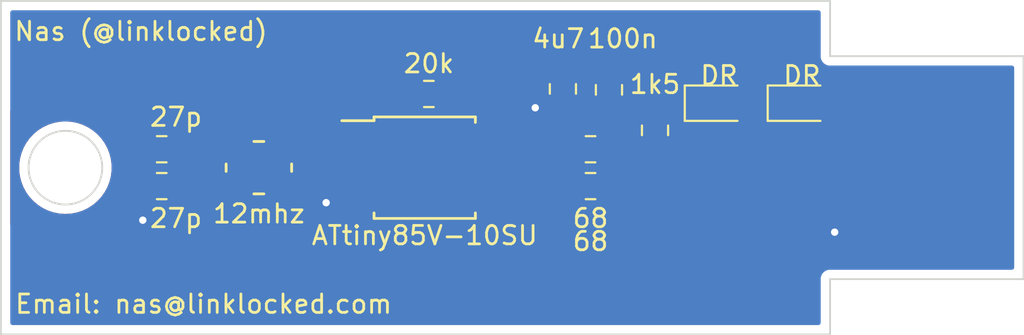
<source format=kicad_pcb>
(kicad_pcb (version 20200119) (host pcbnew "(5.99.0-1315-g5049214f3)")

  (general
    (thickness 1.6)
    (drawings 8)
    (tracks 52)
    (modules 13)
    (nets 15)
  )

  (page "A4")
  (layers
    (0 "F.Cu" signal)
    (31 "B.Cu" signal)
    (32 "B.Adhes" user)
    (33 "F.Adhes" user)
    (34 "B.Paste" user)
    (35 "F.Paste" user)
    (36 "B.SilkS" user)
    (37 "F.SilkS" user)
    (38 "B.Mask" user)
    (39 "F.Mask" user)
    (40 "Dwgs.User" user)
    (41 "Cmts.User" user)
    (42 "Eco1.User" user)
    (43 "Eco2.User" user)
    (44 "Edge.Cuts" user)
    (45 "Margin" user)
    (46 "B.CrtYd" user)
    (47 "F.CrtYd" user)
    (48 "B.Fab" user)
    (49 "F.Fab" user)
  )

  (setup
    (last_trace_width 0.25)
    (trace_clearance 0.2)
    (zone_clearance 0.508)
    (zone_45_only no)
    (trace_min 0.2)
    (via_size 0.8)
    (via_drill 0.4)
    (via_min_size 0.4)
    (via_min_drill 0.3)
    (uvia_size 0.3)
    (uvia_drill 0.1)
    (uvias_allowed no)
    (uvia_min_size 0.2)
    (uvia_min_drill 0.1)
    (max_error 0.005)
    (defaults
      (edge_clearance 0.01)
      (edge_cuts_line_width 0.05)
      (courtyard_line_width 0.05)
      (copper_line_width 0.2)
      (copper_text_dims (size 1.5 1.5) (thickness 0.3))
      (silk_line_width 0.12)
      (silk_text_dims (size 1 1) (thickness 0.15))
      (other_layers_line_width 0.1)
      (other_layers_text_dims (size 1 1) (thickness 0.15))
      (dimension_units 0)
      (dimension_precision 1)
    )
    (pad_size 1 7.5)
    (pad_drill 0)
    (pad_to_mask_clearance 0.05)
    (aux_axis_origin 0 0)
    (visible_elements FFFFFF7F)
    (pcbplotparams
      (layerselection 0x010fc_ffffffff)
      (usegerberextensions false)
      (usegerberattributes true)
      (usegerberadvancedattributes true)
      (creategerberjobfile true)
      (excludeedgelayer true)
      (linewidth 0.100000)
      (plotframeref false)
      (viasonmask false)
      (mode 1)
      (useauxorigin false)
      (hpglpennumber 1)
      (hpglpenspeed 20)
      (hpglpendiameter 15.000000)
      (psnegative false)
      (psa4output false)
      (plotreference true)
      (plotvalue true)
      (plotinvisibletext false)
      (padsonsilk false)
      (subtractmaskfromsilk false)
      (outputformat 1)
      (mirror false)
      (drillshape 1)
      (scaleselection 1)
      (outputdirectory "")
    )
  )

  (net 0 "")
  (net 1 "GND")
  (net 2 "VCC")
  (net 3 "/XTAL_1")
  (net 4 "/XTAL_2")
  (net 5 "Net-(D1-Pad2)")
  (net 6 "Net-(D1-Pad1)")
  (net 7 "Net-(R1-Pad2)")
  (net 8 "/USB_D+")
  (net 9 "Net-(R2-Pad1)")
  (net 10 "Net-(R3-Pad2)")
  (net 11 "/USB_D-")
  (net 12 "Net-(U1-Pad5)")
  (net 13 "Net-(Y1-Pad4)")
  (net 14 "Net-(Y1-Pad2)")

  (net_class "Default" "This is the default net class."
    (clearance 0.2)
    (trace_width 0.25)
    (via_dia 0.8)
    (via_drill 0.4)
    (uvia_dia 0.3)
    (uvia_drill 0.1)
    (add_net "/USB_D+")
    (add_net "/USB_D-")
    (add_net "/XTAL_1")
    (add_net "/XTAL_2")
    (add_net "GND")
    (add_net "Net-(D1-Pad1)")
    (add_net "Net-(D1-Pad2)")
    (add_net "Net-(R1-Pad2)")
    (add_net "Net-(R2-Pad1)")
    (add_net "Net-(R3-Pad2)")
    (add_net "Net-(U1-Pad5)")
    (add_net "Net-(Y1-Pad2)")
    (add_net "Net-(Y1-Pad4)")
    (add_net "VCC")
  )

  (module "ABM8G12000MHZB4YT3:ABM8G-12.000MHZ-B4Y-T3" (layer "F.Cu") (tedit 0) (tstamp c8c46bfb-e782-4d6a-96c0-eb8ecaf266f4)
    (at 79 39)
    (path "/00000000-0000-0000-0000-00005e99bc63/00000000-0000-0000-0000-00005ea2cb86")
    (fp_text reference "Y1" (at 0 0) (layer "F.Fab") hide
      (effects (font (size 1 1) (thickness 0.15)))
    )
    (fp_text value "12mhz" (at 0 2.5) (layer "F.SilkS")
      (effects (font (size 1 1) (thickness 0.15)))
    )
    (fp_text user "Copyright 2016 Accelerated Designs. All rights reserved." (at 0 0) (layer "Cmts.User")
      (effects (font (size 0.127 0.127) (thickness 0.002)))
    )
    (fp_line (start -1.651 -0.0254) (end -0.381 -1.2954) (layer "F.Fab") (width 0.1524))
    (fp_line (start -1.651 -0.4436) (end -1.651 -1.2564) (layer "F.Fab") (width 0.1524))
    (fp_line (start -1.651 -1.2564) (end -1.5494 -1.2564) (layer "F.Fab") (width 0.1524))
    (fp_line (start -1.5494 -1.2564) (end -1.5494 -0.4436) (layer "F.Fab") (width 0.1524))
    (fp_line (start -1.5494 -0.4436) (end -1.651 -0.4436) (layer "F.Fab") (width 0.1524))
    (fp_line (start -1.651 1.2564) (end -1.651 0.4436) (layer "F.Fab") (width 0.1524))
    (fp_line (start -1.651 0.4436) (end -1.5494 0.4436) (layer "F.Fab") (width 0.1524))
    (fp_line (start -1.5494 0.4436) (end -1.5494 1.2564) (layer "F.Fab") (width 0.1524))
    (fp_line (start -1.5494 1.2564) (end -1.651 1.2564) (layer "F.Fab") (width 0.1524))
    (fp_line (start 1.651 0.4436) (end 1.651 1.2564) (layer "F.Fab") (width 0.1524))
    (fp_line (start 1.651 1.2564) (end 1.5494 1.2564) (layer "F.Fab") (width 0.1524))
    (fp_line (start 1.5494 1.2564) (end 1.5494 0.4436) (layer "F.Fab") (width 0.1524))
    (fp_line (start 1.5494 0.4436) (end 1.651 0.4436) (layer "F.Fab") (width 0.1524))
    (fp_line (start 1.651 -1.2564) (end 1.651 -0.4436) (layer "F.Fab") (width 0.1524))
    (fp_line (start 1.651 -0.4436) (end 1.5494 -0.4436) (layer "F.Fab") (width 0.1524))
    (fp_line (start 1.5494 -0.4436) (end 1.5494 -1.2564) (layer "F.Fab") (width 0.1524))
    (fp_line (start 1.5494 -1.2564) (end 1.651 -1.2564) (layer "F.Fab") (width 0.1524))
    (fp_line (start -0.270425 1.4224) (end 0.270425 1.4224) (layer "F.SilkS") (width 0.1524))
    (fp_line (start 1.778 0.20182) (end 1.778 -0.20182) (layer "F.SilkS") (width 0.1524))
    (fp_line (start 0.270425 -1.4224) (end -0.270425 -1.4224) (layer "F.SilkS") (width 0.1524))
    (fp_line (start -1.778 -0.20182) (end -1.778 0.20182) (layer "F.SilkS") (width 0.1524))
    (fp_line (start -1.651 1.2954) (end 1.651 1.2954) (layer "F.Fab") (width 0.1524))
    (fp_line (start 1.651 1.2954) (end 1.651 1.2954) (layer "F.Fab") (width 0.1524))
    (fp_line (start 1.651 1.2954) (end 1.651 -1.2954) (layer "F.Fab") (width 0.1524))
    (fp_line (start 1.651 -1.2954) (end 1.651 -1.2954) (layer "F.Fab") (width 0.1524))
    (fp_line (start 1.651 -1.2954) (end -1.651 -1.2954) (layer "F.Fab") (width 0.1524))
    (fp_line (start -1.651 -1.2954) (end -1.651 -1.2954) (layer "F.Fab") (width 0.1524))
    (fp_line (start -1.651 -1.2954) (end -1.651 1.2954) (layer "F.Fab") (width 0.1524))
    (fp_line (start -1.651 1.2954) (end -1.651 1.2954) (layer "F.Fab") (width 0.1524))
    (fp_line (start -1.905 1.5494) (end -1.905 1.5104) (layer "F.CrtYd") (width 0.1524))
    (fp_line (start -1.905 1.5104) (end -1.905 1.5104) (layer "F.CrtYd") (width 0.1524))
    (fp_line (start -1.905 1.5104) (end -1.905 -1.5104) (layer "F.CrtYd") (width 0.1524))
    (fp_line (start -1.905 -1.5104) (end -1.905 -1.5104) (layer "F.CrtYd") (width 0.1524))
    (fp_line (start -1.905 -1.5104) (end -1.905 -1.5494) (layer "F.CrtYd") (width 0.1524))
    (fp_line (start -1.905 -1.5494) (end 0.1896 -1.5494) (layer "F.CrtYd") (width 0.1524))
    (fp_line (start 0.1896 -1.5494) (end 0.1896 -1.5494) (layer "F.CrtYd") (width 0.1524))
    (fp_line (start 0.1896 -1.5494) (end -0.1896 -1.5494) (layer "F.CrtYd") (width 0.1524))
    (fp_line (start -0.1896 -1.5494) (end -0.1896 -1.5494) (layer "F.CrtYd") (width 0.1524))
    (fp_line (start -0.1896 -1.5494) (end 1.905 -1.5494) (layer "F.CrtYd") (width 0.1524))
    (fp_line (start 1.905 -1.5494) (end 1.905 -1.5104) (layer "F.CrtYd") (width 0.1524))
    (fp_line (start 1.905 -1.5104) (end 1.905 -1.5104) (layer "F.CrtYd") (width 0.1524))
    (fp_line (start 1.905 -1.5104) (end 1.905 1.5104) (layer "F.CrtYd") (width 0.1524))
    (fp_line (start 1.905 1.5104) (end 1.905 1.5104) (layer "F.CrtYd") (width 0.1524))
    (fp_line (start 1.905 1.5104) (end 1.905 1.5494) (layer "F.CrtYd") (width 0.1524))
    (fp_line (start 1.905 1.5494) (end -0.1896 1.5494) (layer "F.CrtYd") (width 0.1524))
    (fp_line (start -0.1896 1.5494) (end -0.1896 1.5494) (layer "F.CrtYd") (width 0.1524))
    (fp_line (start -0.1896 1.5494) (end 0.1896 1.5494) (layer "F.CrtYd") (width 0.1524))
    (fp_line (start 0.1896 1.5494) (end 0.1896 1.5494) (layer "F.CrtYd") (width 0.1524))
    (fp_line (start 0.1896 1.5494) (end -1.905 1.5494) (layer "F.CrtYd") (width 0.1524))
    (pad "4" smd rect (at 1.0541 -0.850001 90) (size 0.8128 0.9906) (layers "F.Cu" "F.Paste" "F.Mask")
      (net 13 "Net-(Y1-Pad4)") (pinfunction "GND") (tstamp bb9b8b78-26a3-4a5e-b639-7ec6512350a5))
    (pad "3" smd rect (at 1.0541 0.850001 90) (size 0.8128 0.9906) (layers "F.Cu" "F.Paste" "F.Mask")
      (net 4 "/XTAL_2") (pinfunction "3") (tstamp a740347e-1a52-41af-a978-8ecc7d2fbade))
    (pad "2" smd rect (at -1.0541 0.850001 90) (size 0.8128 0.9906) (layers "F.Cu" "F.Paste" "F.Mask")
      (net 14 "Net-(Y1-Pad2)") (pinfunction "GND") (tstamp beff2e32-314e-4c69-94be-106ee2121398))
    (pad "1" smd rect (at -1.0541 -0.850001 90) (size 0.8128 0.9906) (layers "F.Cu" "F.Paste" "F.Mask")
      (net 3 "/XTAL_1") (pinfunction "1") (tstamp 2e84454c-66b1-4190-955d-da0a38abeea4))
  )

  (module "Connector_USB_PCB:USB_A_Plug" (layer "F.Cu") (tedit 5E996740) (tstamp 3701a2e7-7380-4cb5-b30a-6c4871842f92)
    (at 115.25 39 90)
    (path "/00000000-0000-0000-0000-00005e99c78b/00000000-0000-0000-0000-00005ea1bc55")
    (fp_text reference "U2" (at 7 0 unlocked) (layer "F.Fab") hide
      (effects (font (size 1 1) (thickness 0.15)))
    )
    (fp_text value "USB_A_Plug" (at 8.55 0 unlocked) (layer "F.Fab") hide
      (effects (font (size 1 1) (thickness 0.15)))
    )
    (fp_line (start 6.05 5.25) (end 6.05 5.25) (layer "Edge.Cuts") (width 0.1))
    (fp_line (start -6.05 5.25) (end 6.05 5.25) (layer "Edge.Cuts") (width 0.1))
    (fp_line (start 6.05 -5.25) (end 6.05 5.25) (layer "Edge.Cuts") (width 0.1))
    (fp_line (start -6.05 -5.25) (end -6.05 5.25) (layer "Edge.Cuts") (width 0.1))
    (pad "3" smd rect (at -1 -0.5 90) (size 1 7.5) (layers "F.Cu" "F.Paste" "F.Mask")
      (net 9 "Net-(R2-Pad1)") (pinfunction "D+") (tstamp 1e3c8080-f243-439f-b0cf-e8c43d529a96))
    (pad "2" smd rect (at 1 -0.5 90) (size 1 7.5) (layers "F.Cu" "F.Paste" "F.Mask")
      (net 10 "Net-(R3-Pad2)") (pinfunction "D-") (tstamp 0cd8249c-a9b9-4171-8555-969bbb4fd5a7))
    (pad "4" smd rect (at -3.5 0 90) (size 1 8.5) (layers "F.Cu" "F.Paste" "F.Mask")
      (net 1 "GND") (pinfunction "GND") (tstamp 76c37af1-66f1-45ca-b964-f9352e796ec2))
    (pad "1" smd rect (at 3.5 0 90) (size 1 8.5) (layers "F.Cu" "F.Paste" "F.Mask")
      (net 5 "Net-(D1-Pad2)") (pinfunction "VBUS") (tstamp c29f2f2a-7c26-4a85-b23d-3457174ab6f8))
  )

  (module "Package_SO:SOIJ-8_5.3x5.3mm_P1.27mm" (layer "F.Cu") (tedit 5A02F2D3) (tstamp bef5e206-0bf7-4a1e-bc3a-3d2f34c97e1e)
    (at 88 39)
    (descr "8-Lead Plastic Small Outline (SM) - Medium, 5.28 mm Body [SOIC] (see Microchip Packaging Specification 00000049BS.pdf)")
    (tags "SOIC 1.27")
    (path "/00000000-0000-0000-0000-00005ea1831c")
    (attr smd)
    (fp_text reference "U1" (at 0 -3.68) (layer "F.SilkS") hide
      (effects (font (size 1 1) (thickness 0.15)))
    )
    (fp_text value "ATtiny85V-10SU" (at 0 3.68) (layer "F.SilkS")
      (effects (font (size 1 1) (thickness 0.15)))
    )
    (fp_text user "${REFERENCE}" (at 0 0) (layer "F.Fab")
      (effects (font (size 1 1) (thickness 0.15)))
    )
    (fp_line (start -1.65 -2.65) (end 2.65 -2.65) (layer "F.Fab") (width 0.15))
    (fp_line (start 2.65 -2.65) (end 2.65 2.65) (layer "F.Fab") (width 0.15))
    (fp_line (start 2.65 2.65) (end -2.65 2.65) (layer "F.Fab") (width 0.15))
    (fp_line (start -2.65 2.65) (end -2.65 -1.65) (layer "F.Fab") (width 0.15))
    (fp_line (start -2.65 -1.65) (end -1.65 -2.65) (layer "F.Fab") (width 0.15))
    (fp_line (start -4.75 -2.95) (end -4.75 2.95) (layer "F.CrtYd") (width 0.05))
    (fp_line (start 4.75 -2.95) (end 4.75 2.95) (layer "F.CrtYd") (width 0.05))
    (fp_line (start -4.75 -2.95) (end 4.75 -2.95) (layer "F.CrtYd") (width 0.05))
    (fp_line (start -4.75 2.95) (end 4.75 2.95) (layer "F.CrtYd") (width 0.05))
    (fp_line (start -2.75 -2.755) (end -2.75 -2.55) (layer "F.SilkS") (width 0.15))
    (fp_line (start 2.75 -2.755) (end 2.75 -2.455) (layer "F.SilkS") (width 0.15))
    (fp_line (start 2.75 2.755) (end 2.75 2.455) (layer "F.SilkS") (width 0.15))
    (fp_line (start -2.75 2.755) (end -2.75 2.455) (layer "F.SilkS") (width 0.15))
    (fp_line (start -2.75 -2.755) (end 2.75 -2.755) (layer "F.SilkS") (width 0.15))
    (fp_line (start -2.75 2.755) (end 2.75 2.755) (layer "F.SilkS") (width 0.15))
    (fp_line (start -2.75 -2.55) (end -4.5 -2.55) (layer "F.SilkS") (width 0.15))
    (pad "8" smd rect (at 3.65 -1.905) (size 1.7 0.65) (layers "F.Cu" "F.Paste" "F.Mask")
      (net 2 "VCC") (pinfunction "VCC") (tstamp 5889fb2e-863a-46b0-8402-e3e38477787a))
    (pad "7" smd rect (at 3.65 -0.635) (size 1.7 0.65) (layers "F.Cu" "F.Paste" "F.Mask")
      (net 11 "/USB_D-") (pinfunction "PB2") (tstamp 8855ab37-9f0a-4450-b279-2ff8ae55484f))
    (pad "6" smd rect (at 3.65 0.635) (size 1.7 0.65) (layers "F.Cu" "F.Paste" "F.Mask")
      (net 8 "/USB_D+") (pinfunction "PB1") (tstamp 8901b321-ee7a-4165-b2e1-5b7ca82643f4))
    (pad "5" smd rect (at 3.65 1.905) (size 1.7 0.65) (layers "F.Cu" "F.Paste" "F.Mask")
      (net 12 "Net-(U1-Pad5)") (pinfunction "AREF/PB0") (tstamp adda376a-c547-4d5c-af85-1899c25e712c))
    (pad "4" smd rect (at -3.65 1.905) (size 1.7 0.65) (layers "F.Cu" "F.Paste" "F.Mask")
      (net 1 "GND") (pinfunction "GND") (tstamp 2c02f8c7-9ab0-407c-9d76-2ac382af1d76))
    (pad "3" smd rect (at -3.65 0.635) (size 1.7 0.65) (layers "F.Cu" "F.Paste" "F.Mask")
      (net 4 "/XTAL_2") (pinfunction "XTAL2/PB4") (tstamp 8a6d8261-8a12-4351-8df0-d8bcdf4b4a20))
    (pad "2" smd rect (at -3.65 -0.635) (size 1.7 0.65) (layers "F.Cu" "F.Paste" "F.Mask")
      (net 3 "/XTAL_1") (pinfunction "XTAL1/PB3") (tstamp 621e011d-1127-4500-8e6a-c24d4808151a))
    (pad "1" smd rect (at -3.65 -1.905) (size 1.7 0.65) (layers "F.Cu" "F.Paste" "F.Mask")
      (net 7 "Net-(R1-Pad2)") (pinfunction "~RESET~/PB5") (tstamp d21ac275-e905-4a54-b608-442182d2c030))
    (model "${KISYS3DMOD}/Package_SO.3dshapes/SOIJ-8_5.3x5.3mm_P1.27mm.wrl"
      (at (xyz 0 0 0))
      (scale (xyz 1 1 1))
      (rotate (xyz 0 0 0))
    )
  )

  (module "Resistor_SMD:R_0805_2012Metric_Pad1.15x1.40mm_HandSolder" (layer "F.Cu") (tedit 5B36C52B) (tstamp 12002ab0-effc-458b-8d0a-eb8d24d2ff34)
    (at 97 38 180)
    (descr "Resistor SMD 0805 (2012 Metric), square (rectangular) end terminal, IPC_7351 nominal with elongated pad for handsoldering. (Body size source: https://docs.google.com/spreadsheets/d/1BsfQQcO9C6DZCsRaXUlFlo91Tg2WpOkGARC1WS5S8t0/edit?usp=sharing), generated with kicad-footprint-generator")
    (tags "resistor handsolder")
    (path "/00000000-0000-0000-0000-00005e99c78b/00000000-0000-0000-0000-00005ea34af8")
    (attr smd)
    (fp_text reference "R4" (at 0 -1.65) (layer "F.SilkS") hide
      (effects (font (size 1 1) (thickness 0.15)))
    )
    (fp_text value "68" (at 0 -3.75) (layer "F.SilkS")
      (effects (font (size 1 1) (thickness 0.15)))
    )
    (fp_line (start -1 0.6) (end -1 -0.6) (layer "F.Fab") (width 0.1))
    (fp_line (start -1 -0.6) (end 1 -0.6) (layer "F.Fab") (width 0.1))
    (fp_line (start 1 -0.6) (end 1 0.6) (layer "F.Fab") (width 0.1))
    (fp_line (start 1 0.6) (end -1 0.6) (layer "F.Fab") (width 0.1))
    (fp_line (start -0.261252 -0.71) (end 0.261252 -0.71) (layer "F.SilkS") (width 0.12))
    (fp_line (start -0.261252 0.71) (end 0.261252 0.71) (layer "F.SilkS") (width 0.12))
    (fp_line (start -1.85 0.95) (end -1.85 -0.95) (layer "F.CrtYd") (width 0.05))
    (fp_line (start -1.85 -0.95) (end 1.85 -0.95) (layer "F.CrtYd") (width 0.05))
    (fp_line (start 1.85 -0.95) (end 1.85 0.95) (layer "F.CrtYd") (width 0.05))
    (fp_line (start 1.85 0.95) (end -1.85 0.95) (layer "F.CrtYd") (width 0.05))
    (fp_text user "${REFERENCE}" (at 0 0) (layer "F.Fab")
      (effects (font (size 0.5 0.5) (thickness 0.08)))
    )
    (pad "2" smd roundrect (at 1.025 0 180) (size 1.15 1.4) (layers "F.Cu" "F.Paste" "F.Mask") (roundrect_rratio 0.217391)
      (net 11 "/USB_D-") (tstamp 3c688903-d73b-4bfc-9420-5c2a37b44c52))
    (pad "1" smd roundrect (at -1.025 0 180) (size 1.15 1.4) (layers "F.Cu" "F.Paste" "F.Mask") (roundrect_rratio 0.217391)
      (net 10 "Net-(R3-Pad2)") (tstamp 97fbe49b-2b53-4cc2-a95a-2d55769db5c5))
    (model "${KISYS3DMOD}/Resistor_SMD.3dshapes/R_0805_2012Metric.wrl"
      (at (xyz 0 0 0))
      (scale (xyz 1 1 1))
      (rotate (xyz 0 0 0))
    )
  )

  (module "Resistor_SMD:R_0805_2012Metric_Pad1.15x1.40mm_HandSolder" (layer "F.Cu") (tedit 5B36C52B) (tstamp a5229148-77ee-408b-b202-71b14510754a)
    (at 100.5 36.975 -90)
    (descr "Resistor SMD 0805 (2012 Metric), square (rectangular) end terminal, IPC_7351 nominal with elongated pad for handsoldering. (Body size source: https://docs.google.com/spreadsheets/d/1BsfQQcO9C6DZCsRaXUlFlo91Tg2WpOkGARC1WS5S8t0/edit?usp=sharing), generated with kicad-footprint-generator")
    (tags "resistor handsolder")
    (path "/00000000-0000-0000-0000-00005e99c78b/00000000-0000-0000-0000-00005ea3b524")
    (attr smd)
    (fp_text reference "R3" (at 0 -1.65 90) (layer "F.Fab") hide
      (effects (font (size 1 1) (thickness 0.15)))
    )
    (fp_text value "1k5" (at -2.5 0 180) (layer "F.SilkS")
      (effects (font (size 1 1) (thickness 0.15)))
    )
    (fp_line (start -1 0.6) (end -1 -0.6) (layer "F.Fab") (width 0.1))
    (fp_line (start -1 -0.6) (end 1 -0.6) (layer "F.Fab") (width 0.1))
    (fp_line (start 1 -0.6) (end 1 0.6) (layer "F.Fab") (width 0.1))
    (fp_line (start 1 0.6) (end -1 0.6) (layer "F.Fab") (width 0.1))
    (fp_line (start -0.261252 -0.71) (end 0.261252 -0.71) (layer "F.SilkS") (width 0.12))
    (fp_line (start -0.261252 0.71) (end 0.261252 0.71) (layer "F.SilkS") (width 0.12))
    (fp_line (start -1.85 0.95) (end -1.85 -0.95) (layer "F.CrtYd") (width 0.05))
    (fp_line (start -1.85 -0.95) (end 1.85 -0.95) (layer "F.CrtYd") (width 0.05))
    (fp_line (start 1.85 -0.95) (end 1.85 0.95) (layer "F.CrtYd") (width 0.05))
    (fp_line (start 1.85 0.95) (end -1.85 0.95) (layer "F.CrtYd") (width 0.05))
    (fp_text user "${REFERENCE}" (at 0 0 90) (layer "F.Fab")
      (effects (font (size 0.5 0.5) (thickness 0.08)))
    )
    (pad "2" smd roundrect (at 1.025 0 270) (size 1.15 1.4) (layers "F.Cu" "F.Paste" "F.Mask") (roundrect_rratio 0.217391)
      (net 10 "Net-(R3-Pad2)") (tstamp 3c688903-d73b-4bfc-9420-5c2a37b44c52))
    (pad "1" smd roundrect (at -1.025 0 270) (size 1.15 1.4) (layers "F.Cu" "F.Paste" "F.Mask") (roundrect_rratio 0.217391)
      (net 2 "VCC") (tstamp 97fbe49b-2b53-4cc2-a95a-2d55769db5c5))
    (model "${KISYS3DMOD}/Resistor_SMD.3dshapes/R_0805_2012Metric.wrl"
      (at (xyz 0 0 0))
      (scale (xyz 1 1 1))
      (rotate (xyz 0 0 0))
    )
  )

  (module "Resistor_SMD:R_0805_2012Metric_Pad1.15x1.40mm_HandSolder" (layer "F.Cu") (tedit 5B36C52B) (tstamp 9234370b-c89a-4bd1-817e-8e6cf11cd9fc)
    (at 97 40 180)
    (descr "Resistor SMD 0805 (2012 Metric), square (rectangular) end terminal, IPC_7351 nominal with elongated pad for handsoldering. (Body size source: https://docs.google.com/spreadsheets/d/1BsfQQcO9C6DZCsRaXUlFlo91Tg2WpOkGARC1WS5S8t0/edit?usp=sharing), generated with kicad-footprint-generator")
    (tags "resistor handsolder")
    (path "/00000000-0000-0000-0000-00005e99c78b/00000000-0000-0000-0000-00005ea2f347")
    (attr smd)
    (fp_text reference "R2" (at 0 -1.65) (layer "F.SilkS") hide
      (effects (font (size 1 1) (thickness 0.15)))
    )
    (fp_text value "68" (at 0 -3) (layer "F.SilkS")
      (effects (font (size 1 1) (thickness 0.15)))
    )
    (fp_line (start -1 0.6) (end -1 -0.6) (layer "F.Fab") (width 0.1))
    (fp_line (start -1 -0.6) (end 1 -0.6) (layer "F.Fab") (width 0.1))
    (fp_line (start 1 -0.6) (end 1 0.6) (layer "F.Fab") (width 0.1))
    (fp_line (start 1 0.6) (end -1 0.6) (layer "F.Fab") (width 0.1))
    (fp_line (start -0.261252 -0.71) (end 0.261252 -0.71) (layer "F.SilkS") (width 0.12))
    (fp_line (start -0.261252 0.71) (end 0.261252 0.71) (layer "F.SilkS") (width 0.12))
    (fp_line (start -1.85 0.95) (end -1.85 -0.95) (layer "F.CrtYd") (width 0.05))
    (fp_line (start -1.85 -0.95) (end 1.85 -0.95) (layer "F.CrtYd") (width 0.05))
    (fp_line (start 1.85 -0.95) (end 1.85 0.95) (layer "F.CrtYd") (width 0.05))
    (fp_line (start 1.85 0.95) (end -1.85 0.95) (layer "F.CrtYd") (width 0.05))
    (fp_text user "${REFERENCE}" (at 0 0) (layer "F.Fab")
      (effects (font (size 0.5 0.5) (thickness 0.08)))
    )
    (pad "2" smd roundrect (at 1.025 0 180) (size 1.15 1.4) (layers "F.Cu" "F.Paste" "F.Mask") (roundrect_rratio 0.217391)
      (net 8 "/USB_D+") (tstamp 3c688903-d73b-4bfc-9420-5c2a37b44c52))
    (pad "1" smd roundrect (at -1.025 0 180) (size 1.15 1.4) (layers "F.Cu" "F.Paste" "F.Mask") (roundrect_rratio 0.217391)
      (net 9 "Net-(R2-Pad1)") (tstamp 97fbe49b-2b53-4cc2-a95a-2d55769db5c5))
    (model "${KISYS3DMOD}/Resistor_SMD.3dshapes/R_0805_2012Metric.wrl"
      (at (xyz 0 0 0))
      (scale (xyz 1 1 1))
      (rotate (xyz 0 0 0))
    )
  )

  (module "Resistor_SMD:R_0805_2012Metric_Pad1.15x1.40mm_HandSolder" (layer "F.Cu") (tedit 5B36C52B) (tstamp 33506966-620e-46ed-8284-c9c2b8bba5a4)
    (at 88.225 35 180)
    (descr "Resistor SMD 0805 (2012 Metric), square (rectangular) end terminal, IPC_7351 nominal with elongated pad for handsoldering. (Body size source: https://docs.google.com/spreadsheets/d/1BsfQQcO9C6DZCsRaXUlFlo91Tg2WpOkGARC1WS5S8t0/edit?usp=sharing), generated with kicad-footprint-generator")
    (tags "resistor handsolder")
    (path "/00000000-0000-0000-0000-00005ea853f9")
    (attr smd)
    (fp_text reference "R1" (at 0 -1.65) (layer "F.SilkS") hide
      (effects (font (size 1 1) (thickness 0.15)))
    )
    (fp_text value "20k" (at 0 1.65) (layer "F.SilkS")
      (effects (font (size 1 1) (thickness 0.15)))
    )
    (fp_line (start -1 0.6) (end -1 -0.6) (layer "F.Fab") (width 0.1))
    (fp_line (start -1 -0.6) (end 1 -0.6) (layer "F.Fab") (width 0.1))
    (fp_line (start 1 -0.6) (end 1 0.6) (layer "F.Fab") (width 0.1))
    (fp_line (start 1 0.6) (end -1 0.6) (layer "F.Fab") (width 0.1))
    (fp_line (start -0.261252 -0.71) (end 0.261252 -0.71) (layer "F.SilkS") (width 0.12))
    (fp_line (start -0.261252 0.71) (end 0.261252 0.71) (layer "F.SilkS") (width 0.12))
    (fp_line (start -1.85 0.95) (end -1.85 -0.95) (layer "F.CrtYd") (width 0.05))
    (fp_line (start -1.85 -0.95) (end 1.85 -0.95) (layer "F.CrtYd") (width 0.05))
    (fp_line (start 1.85 -0.95) (end 1.85 0.95) (layer "F.CrtYd") (width 0.05))
    (fp_line (start 1.85 0.95) (end -1.85 0.95) (layer "F.CrtYd") (width 0.05))
    (fp_text user "${REFERENCE}" (at 0 0) (layer "F.Fab")
      (effects (font (size 0.5 0.5) (thickness 0.08)))
    )
    (pad "2" smd roundrect (at 1.025 0 180) (size 1.15 1.4) (layers "F.Cu" "F.Paste" "F.Mask") (roundrect_rratio 0.217391)
      (net 7 "Net-(R1-Pad2)") (tstamp 3c688903-d73b-4bfc-9420-5c2a37b44c52))
    (pad "1" smd roundrect (at -1.025 0 180) (size 1.15 1.4) (layers "F.Cu" "F.Paste" "F.Mask") (roundrect_rratio 0.217391)
      (net 2 "VCC") (tstamp 97fbe49b-2b53-4cc2-a95a-2d55769db5c5))
    (model "${KISYS3DMOD}/Resistor_SMD.3dshapes/R_0805_2012Metric.wrl"
      (at (xyz 0 0 0))
      (scale (xyz 1 1 1))
      (rotate (xyz 0 0 0))
    )
  )

  (module "Diode_SMD:D_0805_2012Metric_Pad1.15x1.40mm_HandSolder" (layer "F.Cu") (tedit 5B4B45C8) (tstamp 10252a25-0cca-4c8f-8a9c-245e122e3abe)
    (at 103.975 35.5)
    (descr "Diode SMD 0805 (2012 Metric), square (rectangular) end terminal, IPC_7351 nominal, (Body size source: https://docs.google.com/spreadsheets/d/1BsfQQcO9C6DZCsRaXUlFlo91Tg2WpOkGARC1WS5S8t0/edit?usp=sharing), generated with kicad-footprint-generator")
    (tags "diode handsolder")
    (path "/00000000-0000-0000-0000-00005e99c78b/00000000-0000-0000-0000-00005ea3a599")
    (attr smd)
    (fp_text reference "D2" (at 0 -1.65) (layer "F.Fab") hide
      (effects (font (size 1 1) (thickness 0.15)))
    )
    (fp_text value "DR" (at 0 -1.5) (layer "F.SilkS")
      (effects (font (size 1 1) (thickness 0.15)))
    )
    (fp_line (start 1 -0.6) (end -0.7 -0.6) (layer "F.Fab") (width 0.1))
    (fp_line (start -0.7 -0.6) (end -1 -0.3) (layer "F.Fab") (width 0.1))
    (fp_line (start -1 -0.3) (end -1 0.6) (layer "F.Fab") (width 0.1))
    (fp_line (start -1 0.6) (end 1 0.6) (layer "F.Fab") (width 0.1))
    (fp_line (start 1 0.6) (end 1 -0.6) (layer "F.Fab") (width 0.1))
    (fp_line (start 1 -0.96) (end -1.86 -0.96) (layer "F.SilkS") (width 0.12))
    (fp_line (start -1.86 -0.96) (end -1.86 0.96) (layer "F.SilkS") (width 0.12))
    (fp_line (start -1.86 0.96) (end 1 0.96) (layer "F.SilkS") (width 0.12))
    (fp_line (start -1.85 0.95) (end -1.85 -0.95) (layer "F.CrtYd") (width 0.05))
    (fp_line (start -1.85 -0.95) (end 1.85 -0.95) (layer "F.CrtYd") (width 0.05))
    (fp_line (start 1.85 -0.95) (end 1.85 0.95) (layer "F.CrtYd") (width 0.05))
    (fp_line (start 1.85 0.95) (end -1.85 0.95) (layer "F.CrtYd") (width 0.05))
    (fp_text user "${REFERENCE}" (at 0 0) (layer "F.Fab")
      (effects (font (size 0.5 0.5) (thickness 0.08)))
    )
    (pad "2" smd roundrect (at 1.025 0) (size 1.15 1.4) (layers "F.Cu" "F.Paste" "F.Mask") (roundrect_rratio 0.217391)
      (net 6 "Net-(D1-Pad1)") (pinfunction "A") (tstamp aafbe4ef-d0d8-4ea3-b9d9-310cce16153c))
    (pad "1" smd roundrect (at -1.025 0) (size 1.15 1.4) (layers "F.Cu" "F.Paste" "F.Mask") (roundrect_rratio 0.217391)
      (net 2 "VCC") (pinfunction "K") (tstamp 3fea32a2-d9ef-44c1-be43-40258d9b07f8))
    (model "${KISYS3DMOD}/Diode_SMD.3dshapes/D_0805_2012Metric.wrl"
      (at (xyz 0 0 0))
      (scale (xyz 1 1 1))
      (rotate (xyz 0 0 0))
    )
  )

  (module "Diode_SMD:D_0805_2012Metric_Pad1.15x1.40mm_HandSolder" (layer "F.Cu") (tedit 5B4B45C8) (tstamp a5842a8b-1b50-4c0c-bda5-4cb2c2380556)
    (at 108.475 35.5)
    (descr "Diode SMD 0805 (2012 Metric), square (rectangular) end terminal, IPC_7351 nominal, (Body size source: https://docs.google.com/spreadsheets/d/1BsfQQcO9C6DZCsRaXUlFlo91Tg2WpOkGARC1WS5S8t0/edit?usp=sharing), generated with kicad-footprint-generator")
    (tags "diode handsolder")
    (path "/00000000-0000-0000-0000-00005e99c78b/00000000-0000-0000-0000-00005ea38f0a")
    (attr smd)
    (fp_text reference "D1" (at 0 -1.65) (layer "F.Fab") hide
      (effects (font (size 1 1) (thickness 0.15)))
    )
    (fp_text value "DR" (at 0 -1.5) (layer "F.SilkS")
      (effects (font (size 1 1) (thickness 0.15)))
    )
    (fp_line (start 1 -0.6) (end -0.7 -0.6) (layer "F.Fab") (width 0.1))
    (fp_line (start -0.7 -0.6) (end -1 -0.3) (layer "F.Fab") (width 0.1))
    (fp_line (start -1 -0.3) (end -1 0.6) (layer "F.Fab") (width 0.1))
    (fp_line (start -1 0.6) (end 1 0.6) (layer "F.Fab") (width 0.1))
    (fp_line (start 1 0.6) (end 1 -0.6) (layer "F.Fab") (width 0.1))
    (fp_line (start 1 -0.96) (end -1.86 -0.96) (layer "F.SilkS") (width 0.12))
    (fp_line (start -1.86 -0.96) (end -1.86 0.96) (layer "F.SilkS") (width 0.12))
    (fp_line (start -1.86 0.96) (end 1 0.96) (layer "F.SilkS") (width 0.12))
    (fp_line (start -1.85 0.95) (end -1.85 -0.95) (layer "F.CrtYd") (width 0.05))
    (fp_line (start -1.85 -0.95) (end 1.85 -0.95) (layer "F.CrtYd") (width 0.05))
    (fp_line (start 1.85 -0.95) (end 1.85 0.95) (layer "F.CrtYd") (width 0.05))
    (fp_line (start 1.85 0.95) (end -1.85 0.95) (layer "F.CrtYd") (width 0.05))
    (fp_text user "${REFERENCE}" (at 0 0) (layer "F.Fab")
      (effects (font (size 0.5 0.5) (thickness 0.08)))
    )
    (pad "2" smd roundrect (at 1.025 0) (size 1.15 1.4) (layers "F.Cu" "F.Paste" "F.Mask") (roundrect_rratio 0.217391)
      (net 5 "Net-(D1-Pad2)") (pinfunction "A") (tstamp aafbe4ef-d0d8-4ea3-b9d9-310cce16153c))
    (pad "1" smd roundrect (at -1.025 0) (size 1.15 1.4) (layers "F.Cu" "F.Paste" "F.Mask") (roundrect_rratio 0.217391)
      (net 6 "Net-(D1-Pad1)") (pinfunction "K") (tstamp 3fea32a2-d9ef-44c1-be43-40258d9b07f8))
    (model "${KISYS3DMOD}/Diode_SMD.3dshapes/D_0805_2012Metric.wrl"
      (at (xyz 0 0 0))
      (scale (xyz 1 1 1))
      (rotate (xyz 0 0 0))
    )
  )

  (module "Capacitor_SMD:C_0805_2012Metric_Pad1.15x1.40mm_HandSolder" (layer "F.Cu") (tedit 5B36C52B) (tstamp 7e162634-2ccc-408e-b15f-548e7ff5cab4)
    (at 73.725 40 180)
    (descr "Capacitor SMD 0805 (2012 Metric), square (rectangular) end terminal, IPC_7351 nominal with elongated pad for handsoldering. (Body size source: https://docs.google.com/spreadsheets/d/1BsfQQcO9C6DZCsRaXUlFlo91Tg2WpOkGARC1WS5S8t0/edit?usp=sharing), generated with kicad-footprint-generator")
    (tags "capacitor handsolder")
    (path "/00000000-0000-0000-0000-00005e99bc63/00000000-0000-0000-0000-00005ea22d93")
    (attr smd)
    (fp_text reference "C4" (at 0 -1.65) (layer "F.SilkS") hide
      (effects (font (size 1 1) (thickness 0.15)))
    )
    (fp_text value "27p" (at -0.775 -1.75) (layer "F.SilkS")
      (effects (font (size 1 1) (thickness 0.15)))
    )
    (fp_text user "${REFERENCE}" (at 0 0) (layer "F.Fab")
      (effects (font (size 0.5 0.5) (thickness 0.08)))
    )
    (fp_line (start 1.85 0.95) (end -1.85 0.95) (layer "F.CrtYd") (width 0.05))
    (fp_line (start 1.85 -0.95) (end 1.85 0.95) (layer "F.CrtYd") (width 0.05))
    (fp_line (start -1.85 -0.95) (end 1.85 -0.95) (layer "F.CrtYd") (width 0.05))
    (fp_line (start -1.85 0.95) (end -1.85 -0.95) (layer "F.CrtYd") (width 0.05))
    (fp_line (start -0.261252 0.71) (end 0.261252 0.71) (layer "F.SilkS") (width 0.12))
    (fp_line (start -0.261252 -0.71) (end 0.261252 -0.71) (layer "F.SilkS") (width 0.12))
    (fp_line (start 1 0.6) (end -1 0.6) (layer "F.Fab") (width 0.1))
    (fp_line (start 1 -0.6) (end 1 0.6) (layer "F.Fab") (width 0.1))
    (fp_line (start -1 -0.6) (end 1 -0.6) (layer "F.Fab") (width 0.1))
    (fp_line (start -1 0.6) (end -1 -0.6) (layer "F.Fab") (width 0.1))
    (pad "1" smd roundrect (at -1.025 0 180) (size 1.15 1.4) (layers "F.Cu" "F.Paste" "F.Mask") (roundrect_rratio 0.217391)
      (net 4 "/XTAL_2") (tstamp 266c299e-13de-46cb-a0ca-105a96ea6b36))
    (pad "2" smd roundrect (at 1.025 0 180) (size 1.15 1.4) (layers "F.Cu" "F.Paste" "F.Mask") (roundrect_rratio 0.217391)
      (net 1 "GND") (tstamp 4de5f6bb-4c76-47ab-a778-52b0a69612ce))
    (model "${KISYS3DMOD}/Capacitor_SMD.3dshapes/C_0805_2012Metric.wrl"
      (at (xyz 0 0 0))
      (scale (xyz 1 1 1))
      (rotate (xyz 0 0 0))
    )
  )

  (module "Capacitor_SMD:C_0805_2012Metric_Pad1.15x1.40mm_HandSolder" (layer "F.Cu") (tedit 5B36C52B) (tstamp dd654d40-2c99-4b80-90df-90c01b61a16a)
    (at 73.725 38)
    (descr "Capacitor SMD 0805 (2012 Metric), square (rectangular) end terminal, IPC_7351 nominal with elongated pad for handsoldering. (Body size source: https://docs.google.com/spreadsheets/d/1BsfQQcO9C6DZCsRaXUlFlo91Tg2WpOkGARC1WS5S8t0/edit?usp=sharing), generated with kicad-footprint-generator")
    (tags "capacitor handsolder")
    (path "/00000000-0000-0000-0000-00005e99bc63/00000000-0000-0000-0000-00005ea2079d")
    (attr smd)
    (fp_text reference "C3" (at 0 -1.65) (layer "F.SilkS") hide
      (effects (font (size 1 1) (thickness 0.15)))
    )
    (fp_text value "27p" (at 0.775 -1.75) (layer "F.SilkS")
      (effects (font (size 1 1) (thickness 0.15)))
    )
    (fp_text user "${REFERENCE}" (at 0 0) (layer "F.Fab")
      (effects (font (size 0.5 0.5) (thickness 0.08)))
    )
    (fp_line (start 1.85 0.95) (end -1.85 0.95) (layer "F.CrtYd") (width 0.05))
    (fp_line (start 1.85 -0.95) (end 1.85 0.95) (layer "F.CrtYd") (width 0.05))
    (fp_line (start -1.85 -0.95) (end 1.85 -0.95) (layer "F.CrtYd") (width 0.05))
    (fp_line (start -1.85 0.95) (end -1.85 -0.95) (layer "F.CrtYd") (width 0.05))
    (fp_line (start -0.261252 0.71) (end 0.261252 0.71) (layer "F.SilkS") (width 0.12))
    (fp_line (start -0.261252 -0.71) (end 0.261252 -0.71) (layer "F.SilkS") (width 0.12))
    (fp_line (start 1 0.6) (end -1 0.6) (layer "F.Fab") (width 0.1))
    (fp_line (start 1 -0.6) (end 1 0.6) (layer "F.Fab") (width 0.1))
    (fp_line (start -1 -0.6) (end 1 -0.6) (layer "F.Fab") (width 0.1))
    (fp_line (start -1 0.6) (end -1 -0.6) (layer "F.Fab") (width 0.1))
    (pad "1" smd roundrect (at -1.025 0) (size 1.15 1.4) (layers "F.Cu" "F.Paste" "F.Mask") (roundrect_rratio 0.217391)
      (net 1 "GND") (tstamp 266c299e-13de-46cb-a0ca-105a96ea6b36))
    (pad "2" smd roundrect (at 1.025 0) (size 1.15 1.4) (layers "F.Cu" "F.Paste" "F.Mask") (roundrect_rratio 0.217391)
      (net 3 "/XTAL_1") (tstamp 4de5f6bb-4c76-47ab-a778-52b0a69612ce))
    (model "${KISYS3DMOD}/Capacitor_SMD.3dshapes/C_0805_2012Metric.wrl"
      (at (xyz 0 0 0))
      (scale (xyz 1 1 1))
      (rotate (xyz 0 0 0))
    )
  )

  (module "Capacitor_SMD:C_0805_2012Metric_Pad1.15x1.40mm_HandSolder" (layer "F.Cu") (tedit 5B36C52B) (tstamp d6cacfd5-a7f6-434d-abbb-857b9ec1957f)
    (at 95.5 34.725 -90)
    (descr "Capacitor SMD 0805 (2012 Metric), square (rectangular) end terminal, IPC_7351 nominal with elongated pad for handsoldering. (Body size source: https://docs.google.com/spreadsheets/d/1BsfQQcO9C6DZCsRaXUlFlo91Tg2WpOkGARC1WS5S8t0/edit?usp=sharing), generated with kicad-footprint-generator")
    (tags "capacitor handsolder")
    (path "/00000000-0000-0000-0000-00005e99c78b/00000000-0000-0000-0000-00005ea3d9a9")
    (attr smd)
    (fp_text reference "C2" (at 0 -1.65 90) (layer "F.SilkS") hide
      (effects (font (size 1 1) (thickness 0.15)))
    )
    (fp_text value "4u7" (at -2.725 0.25 180) (layer "F.SilkS")
      (effects (font (size 1 1) (thickness 0.15)))
    )
    (fp_line (start -1 0.6) (end -1 -0.6) (layer "F.Fab") (width 0.1))
    (fp_line (start -1 -0.6) (end 1 -0.6) (layer "F.Fab") (width 0.1))
    (fp_line (start 1 -0.6) (end 1 0.6) (layer "F.Fab") (width 0.1))
    (fp_line (start 1 0.6) (end -1 0.6) (layer "F.Fab") (width 0.1))
    (fp_line (start -0.261252 -0.71) (end 0.261252 -0.71) (layer "F.SilkS") (width 0.12))
    (fp_line (start -0.261252 0.71) (end 0.261252 0.71) (layer "F.SilkS") (width 0.12))
    (fp_line (start -1.85 0.95) (end -1.85 -0.95) (layer "F.CrtYd") (width 0.05))
    (fp_line (start -1.85 -0.95) (end 1.85 -0.95) (layer "F.CrtYd") (width 0.05))
    (fp_line (start 1.85 -0.95) (end 1.85 0.95) (layer "F.CrtYd") (width 0.05))
    (fp_line (start 1.85 0.95) (end -1.85 0.95) (layer "F.CrtYd") (width 0.05))
    (fp_text user "${REFERENCE}" (at 0 0 90) (layer "F.Fab")
      (effects (font (size 0.5 0.5) (thickness 0.08)))
    )
    (pad "2" smd roundrect (at 1.025 0 270) (size 1.15 1.4) (layers "F.Cu" "F.Paste" "F.Mask") (roundrect_rratio 0.217391)
      (net 1 "GND") (tstamp 4de5f6bb-4c76-47ab-a778-52b0a69612ce))
    (pad "1" smd roundrect (at -1.025 0 270) (size 1.15 1.4) (layers "F.Cu" "F.Paste" "F.Mask") (roundrect_rratio 0.217391)
      (net 2 "VCC") (tstamp 266c299e-13de-46cb-a0ca-105a96ea6b36))
    (model "${KISYS3DMOD}/Capacitor_SMD.3dshapes/C_0805_2012Metric.wrl"
      (at (xyz 0 0 0))
      (scale (xyz 1 1 1))
      (rotate (xyz 0 0 0))
    )
  )

  (module "Capacitor_SMD:C_0805_2012Metric_Pad1.15x1.40mm_HandSolder" (layer "F.Cu") (tedit 5B36C52B) (tstamp 573aaf88-7c02-40f0-9c34-037bc19adf7c)
    (at 98 34.775 -90)
    (descr "Capacitor SMD 0805 (2012 Metric), square (rectangular) end terminal, IPC_7351 nominal with elongated pad for handsoldering. (Body size source: https://docs.google.com/spreadsheets/d/1BsfQQcO9C6DZCsRaXUlFlo91Tg2WpOkGARC1WS5S8t0/edit?usp=sharing), generated with kicad-footprint-generator")
    (tags "capacitor handsolder")
    (path "/00000000-0000-0000-0000-00005ea45aad")
    (attr smd)
    (fp_text reference "C1" (at 0 -1.65 90) (layer "F.SilkS") hide
      (effects (font (size 1 1) (thickness 0.15)))
    )
    (fp_text value "100n" (at -2.775 -0.75 180) (layer "F.SilkS")
      (effects (font (size 1 1) (thickness 0.15)))
    )
    (fp_line (start -1 0.6) (end -1 -0.6) (layer "F.Fab") (width 0.1))
    (fp_line (start -1 -0.6) (end 1 -0.6) (layer "F.Fab") (width 0.1))
    (fp_line (start 1 -0.6) (end 1 0.6) (layer "F.Fab") (width 0.1))
    (fp_line (start 1 0.6) (end -1 0.6) (layer "F.Fab") (width 0.1))
    (fp_line (start -0.261252 -0.71) (end 0.261252 -0.71) (layer "F.SilkS") (width 0.12))
    (fp_line (start -0.261252 0.71) (end 0.261252 0.71) (layer "F.SilkS") (width 0.12))
    (fp_line (start -1.85 0.95) (end -1.85 -0.95) (layer "F.CrtYd") (width 0.05))
    (fp_line (start -1.85 -0.95) (end 1.85 -0.95) (layer "F.CrtYd") (width 0.05))
    (fp_line (start 1.85 -0.95) (end 1.85 0.95) (layer "F.CrtYd") (width 0.05))
    (fp_line (start 1.85 0.95) (end -1.85 0.95) (layer "F.CrtYd") (width 0.05))
    (fp_text user "${REFERENCE}" (at 0 0 90) (layer "F.Fab")
      (effects (font (size 0.5 0.5) (thickness 0.08)))
    )
    (pad "2" smd roundrect (at 1.025 0 270) (size 1.15 1.4) (layers "F.Cu" "F.Paste" "F.Mask") (roundrect_rratio 0.217391)
      (net 1 "GND") (tstamp 4de5f6bb-4c76-47ab-a778-52b0a69612ce))
    (pad "1" smd roundrect (at -1.025 0 270) (size 1.15 1.4) (layers "F.Cu" "F.Paste" "F.Mask") (roundrect_rratio 0.217391)
      (net 2 "VCC") (tstamp 266c299e-13de-46cb-a0ca-105a96ea6b36))
    (model "${KISYS3DMOD}/Capacitor_SMD.3dshapes/C_0805_2012Metric.wrl"
      (at (xyz 0 0 0))
      (scale (xyz 1 1 1))
      (rotate (xyz 0 0 0))
    )
  )

  (gr_circle (center 68.5 39) (end 70.5 39) (layer "Edge.Cuts") (width 0.1) (tstamp 2ce005bc-dfd9-4f7d-b887-db426baa2798))
  (gr_text "Email: nas@linklocked.com" (at 76 46.4) (layer "F.SilkS") (tstamp 7c104b24-fbab-4b1f-88b1-d4b384360f05)
    (effects (font (size 1 1) (thickness 0.15)))
  )
  (gr_text "Nas (@linklocked)" (at 72.6 31.6) (layer "F.SilkS") (tstamp e8e6b0a0-e559-4076-9f24-5d3d0411a9ac)
    (effects (font (size 1 1) (thickness 0.15)))
  )
  (gr_line (start 65 29.95) (end 65 48.05) (layer "Edge.Cuts") (width 0.1) (tstamp 36db2381-b12a-42d9-a653-fdbaa30765a5))
  (gr_line (start 110 48.05) (end 65 48.05) (layer "Edge.Cuts") (width 0.1) (tstamp 07253790-5334-41d5-9a06-caad38d02d5e))
  (gr_line (start 110 29.95) (end 65 29.95) (layer "Edge.Cuts") (width 0.1) (tstamp 7ba44331-93f9-4168-93d9-00f945d1e47a))
  (gr_line (start 110 45.05) (end 110 48.05) (layer "Edge.Cuts") (width 0.1) (tstamp 83a17241-171a-47d8-8fe6-59a9edead3dc))
  (gr_line (start 110 32.95) (end 110 29.95) (layer "Edge.Cuts") (width 0.1) (tstamp 2098b3fe-f91a-4452-ae52-a0b19b1150f6))

  (segment (start 72.7 40) (end 72.7 41.85) (width 0.25) (layer "F.Cu") (net 1) (tstamp ad751459-0ea3-4e4c-a4ea-bdbcc03157fd))
  (segment (start 72.7 38) (end 72.7 40) (width 0.25) (layer "F.Cu") (net 1) (tstamp c133a389-a138-4f8c-94ee-281cf2688647))
  (segment (start 80.0541 39.850001) (end 79.322699 40.581402) (width 0.25) (layer "F.Cu") (net 4) (tstamp 49cedef1-a5cc-4636-9e20-d11727ce2c6b))
  (segment (start 79.322699 40.581402) (end 75.331402 40.581402) (width 0.25) (layer "F.Cu") (net 4) (tstamp 65e190c5-573a-4b07-b02e-81f813bc9d12))
  (segment (start 75.331402 40.581402) (end 74.75 40) (width 0.25) (layer "F.Cu") (net 4) (tstamp 4e6151fe-30b3-4d8d-983e-0e1d3d509688))
  (segment (start 77.9459 38.149999) (end 74.899999 38.149999) (width 0.25) (layer "F.Cu") (net 3) (tstamp 5455972e-455c-4af2-a4bd-fe2a1a84ff3c))
  (segment (start 74.899999 38.149999) (end 74.75 38) (width 0.25) (layer "F.Cu") (net 3) (tstamp 021cdeff-a9ca-4256-b7a2-76978ad4227d))
  (segment (start 80.0541 39.850001) (end 84.134999 39.850001) (width 0.25) (layer "F.Cu") (net 4) (tstamp 0e46a4a2-452a-455d-9d4b-6013b7990ae8))
  (segment (start 84.134999 39.850001) (end 84.35 39.635) (width 0.25) (layer "F.Cu") (net 4) (tstamp 78a2f5b7-c3f7-4a5c-8c2c-134d25923a12))
  (segment (start 84.35 38.365) (end 83.825 38.365) (width 0.25) (layer "F.Cu") (net 3) (tstamp 571ef24b-3645-4524-ab38-7aaa6739adc5))
  (segment (start 82.878598 37.418598) (end 78.677301 37.418598) (width 0.25) (layer "F.Cu") (net 3) (tstamp debf4975-00d0-49ed-80b0-ba8679eb8e99))
  (segment (start 83.825 38.365) (end 82.878598 37.418598) (width 0.25) (layer "F.Cu") (net 3) (tstamp 77eca700-42a3-4dda-9974-8bd9bc6dd619))
  (segment (start 78.677301 37.418598) (end 77.9459 38.149999) (width 0.25) (layer "F.Cu") (net 3) (tstamp c4912662-cafb-4838-82e8-5256023cc386))
  (segment (start 84.35 40.905) (end 82.655 40.905) (width 0.25) (layer "F.Cu") (net 1) (tstamp 66c66b4b-888c-490b-be06-0cceab9933e3))
  (segment (start 82.655 40.905) (end 82.65 40.9) (width 0.25) (layer "F.Cu") (net 1) (tstamp 2be35352-c83c-4246-a670-62e1878c53fe))
  (via (at 82.65 40.9) (size 0.8) (drill 0.4) (layers "F.Cu" "B.Cu") (net 1) (tstamp 61b57b75-ff35-49f4-82e4-b849b0bcc26f))
  (segment (start 115.25 42.5) (end 110.25 42.5) (width 0.25) (layer "F.Cu") (net 1) (tstamp 34040ff6-3d7b-4121-b4c7-c2c72d8b3c41))
  (via (at 72.7 41.85) (size 0.8) (drill 0.4) (layers "F.Cu" "B.Cu") (net 1) (tstamp 9a272eec-d4da-4305-bdbb-f883ebfc1706))
  (segment (start 95.5 35.75) (end 94 35.75) (width 0.25) (layer "F.Cu") (net 1) (tstamp 434ba6a6-67db-4492-9b37-2fc876139456))
  (via (at 94 35.75) (size 0.8) (drill 0.4) (layers "F.Cu" "B.Cu") (net 1) (tstamp 988d26c2-edf9-4220-85e8-cd78866470bb))
  (via (at 110.25 42.5) (size 0.8) (drill 0.4) (layers "F.Cu" "B.Cu") (net 1) (tstamp f02a6863-ee41-49dd-a5ad-8ceb2862654e))
  (segment (start 95.5 33.7) (end 93.85 33.7) (width 0.25) (layer "F.Cu") (net 2) (tstamp 82214d59-a3fc-4e32-ba44-c5ef7f91c555))
  (segment (start 93.85 33.7) (end 91.65 35.9) (width 0.25) (layer "F.Cu") (net 2) (tstamp f8203ae5-7077-4f19-8aac-c4c987c4fdae))
  (segment (start 98 35.8) (end 95.55 35.8) (width 0.25) (layer "F.Cu") (net 1) (tstamp dc53f79d-7e91-4420-aa4e-0a5a8e9474a2))
  (segment (start 95.55 35.8) (end 95.5 35.75) (width 0.25) (layer "F.Cu") (net 1) (tstamp d23fdf1e-8839-43c2-898c-4626b8d94840))
  (segment (start 98 33.75) (end 95.55 33.75) (width 0.25) (layer "F.Cu") (net 2) (tstamp bd8de400-6561-49f6-8e5a-19ead1af3558))
  (segment (start 95.55 33.75) (end 95.5 33.7) (width 0.25) (layer "F.Cu") (net 2) (tstamp fc9f1b91-29cb-4b3f-8f04-58df1499f7f9))
  (segment (start 87.2 35) (end 85.25 35) (width 0.25) (layer "F.Cu") (net 7) (tstamp 304e08c3-adb7-4f6d-97ef-97defecab168))
  (segment (start 85.25 35) (end 84.35 35.9) (width 0.25) (layer "F.Cu") (net 7) (tstamp aee7f2b4-c884-427a-a528-718be7d36a5e))
  (segment (start 84.35 35.9) (end 84.35 37.095) (width 0.25) (layer "F.Cu") (net 7) (tstamp 502c5995-237d-4022-be4e-12fa2a412bc0))
  (segment (start 91.65 37.095) (end 91.65 35.9) (width 0.25) (layer "F.Cu") (net 2) (tstamp c2a723ff-5ad8-4c6f-9c04-75de34d2b455))
  (segment (start 91.65 35.9) (end 90.75 35) (width 0.25) (layer "F.Cu") (net 2) (tstamp 84ecb777-2f11-4dd1-8cda-3fae76a156d9))
  (segment (start 90.75 35) (end 89.25 35) (width 0.25) (layer "F.Cu") (net 2) (tstamp f00a3dca-9b16-41aa-8b47-de9c80d13a54))
  (segment (start 100.5 35.95) (end 100.5 35) (width 0.25) (layer "F.Cu") (net 2) (tstamp c7035bcb-057f-43ae-a7fc-bc04a3ba13e6))
  (segment (start 100.5 35) (end 99.25 33.75) (width 0.25) (layer "F.Cu") (net 2) (tstamp 76786af4-5894-4da5-8a56-11ca574d22b8))
  (segment (start 99.25 33.75) (end 98 33.75) (width 0.25) (layer "F.Cu") (net 2) (tstamp c4516566-2a3a-4c4a-a939-13a74f0e7220))
  (segment (start 95.975 38) (end 95.2 38.775) (width 0.2) (layer "F.Cu") (net 11) (tstamp f744c6b8-42aa-4cbc-9d6c-85d5bebffac2))
  (segment (start 93.335001 39.225) (end 92.925001 39.635) (width 0.2) (layer "F.Cu") (net 8) (tstamp 6b24b9d0-7e24-483d-9d11-d2c9697b82cb))
  (segment (start 92.925001 39.635) (end 91.65 39.635) (width 0.2) (layer "F.Cu") (net 8) (tstamp d5605f37-6abb-44e4-a4b6-999ae1cf58b1))
  (segment (start 92.925001 38.365) (end 91.65 38.365) (width 0.2) (layer "F.Cu") (net 11) (tstamp 50cab90f-b5b5-4dad-b01d-e25f8c0709db))
  (segment (start 95.975 40) (end 95.2 39.225) (width 0.2) (layer "F.Cu") (net 8) (tstamp 08a19c86-2766-4b13-a9b6-9231ffdbce4b))
  (segment (start 95.2 39.225) (end 93.335001 39.225) (width 0.2) (layer "F.Cu") (net 8) (tstamp 83c751af-5abe-4014-b7a0-f906a121afc1))
  (segment (start 95.2 38.775) (end 93.335001 38.775) (width 0.2) (layer "F.Cu") (net 11) (tstamp adffd021-c478-4243-b8cc-fb30aa6a5a30))
  (segment (start 93.335001 38.775) (end 92.925001 38.365) (width 0.2) (layer "F.Cu") (net 11) (tstamp 5b1482bf-e35d-4809-a3c2-bdad3acd9fb1))
  (segment (start 100.5 38) (end 98.025 38) (width 0.25) (layer "F.Cu") (net 10) (tstamp bc8f8b9a-636a-44e3-9522-4097f7733700))
  (segment (start 114.75 40) (end 98.025 40) (width 0.25) (layer "F.Cu") (net 9) (tstamp b4c6c080-6ed2-477d-a7fb-0563fc61f917))
  (segment (start 114.75 38) (end 100.5 38) (width 0.25) (layer "F.Cu") (net 10) (tstamp 60ff8c54-af51-4267-8ddc-aea519929a1a))
  (segment (start 102.95 35.5) (end 102 35.5) (width 0.25) (layer "F.Cu") (net 2) (tstamp b93022cb-36ed-4cc5-a295-4c19581f6760))
  (segment (start 102 35.5) (end 101.55 35.95) (width 0.25) (layer "F.Cu") (net 2) (tstamp 6db94431-6f5f-497c-83f5-dea61aca309e))
  (segment (start 101.55 35.95) (end 100.5 35.95) (width 0.25) (layer "F.Cu") (net 2) (tstamp ca668df2-6103-4524-9fe9-71ee93a9c086))
  (segment (start 107.45 35.5) (end 105 35.5) (width 0.25) (layer "F.Cu") (net 6) (tstamp e9dae7cd-0abe-447e-a988-dff8023589b4))
  (segment (start 115.25 35.5) (end 109.5 35.5) (width 0.25) (layer "F.Cu") (net 5) (tstamp 417bea69-48e6-4276-8490-52a54d94e334))

  (zone (net 1) (net_name "GND") (layer "B.Cu") (tstamp a4bc3a5b-1378-4e77-b5c0-5eec508deac8) (hatch edge 0.508)
    (connect_pads (clearance 0.508))
    (min_thickness 0.254)
    (fill yes (thermal_gap 0.508) (thermal_bridge_width 0.508))
    (polygon
      (pts
        (xy 120.2 44.75) (xy 109.7 44.75) (xy 109.7 47.75) (xy 65.3 47.75) (xy 65.3 30.25)
        (xy 109.7 30.25) (xy 109.7 33.25) (xy 120.2 33.25)
      )
    )
    (filled_polygon
      (pts
        (xy 109.366 32.94146) (xy 109.365473 33.027859) (xy 109.367909 33.045646) (xy 109.378493 33.082677) (xy 109.383951 33.120792)
        (xy 109.38899 33.138023) (xy 109.403318 33.169538) (xy 109.412831 33.202821) (xy 109.420161 33.219208) (xy 109.440707 33.251772)
        (xy 109.456649 33.286833) (xy 109.466322 33.301959) (xy 109.488921 33.328185) (xy 109.507389 33.357456) (xy 109.519024 33.371128)
        (xy 109.547889 33.396621) (xy 109.573027 33.425795) (xy 109.586556 33.437597) (xy 109.615601 33.456422) (xy 109.641549 33.479339)
        (xy 109.656554 33.489196) (xy 109.691417 33.505564) (xy 109.723729 33.526507) (xy 109.740026 33.534037) (xy 109.773184 33.543953)
        (xy 109.8047 33.55875) (xy 109.822254 33.564058) (xy 109.858544 33.569482) (xy 109.896639 33.580875) (xy 109.914395 33.583529)
        (xy 109.957593 33.583793) (xy 109.960379 33.584) (xy 109.991462 33.584) (xy 110.077858 33.584527) (xy 110.081706 33.584)
        (xy 119.866001 33.584) (xy 119.866 44.416) (xy 110.008537 44.416) (xy 109.922141 44.415473) (xy 109.904353 44.417909)
        (xy 109.867327 44.428492) (xy 109.829208 44.433951) (xy 109.811977 44.438989) (xy 109.780466 44.453316) (xy 109.747178 44.462831)
        (xy 109.730791 44.470161) (xy 109.698228 44.490707) (xy 109.663167 44.506649) (xy 109.648041 44.516322) (xy 109.621815 44.538921)
        (xy 109.592544 44.557389) (xy 109.578872 44.569024) (xy 109.553379 44.597889) (xy 109.524205 44.623027) (xy 109.512403 44.636556)
        (xy 109.493578 44.665601) (xy 109.470661 44.691549) (xy 109.460804 44.706555) (xy 109.444436 44.741418) (xy 109.423494 44.773728)
        (xy 109.415963 44.790024) (xy 109.406044 44.823189) (xy 109.391249 44.854702) (xy 109.385941 44.872257) (xy 109.380519 44.908539)
        (xy 109.369125 44.946638) (xy 109.366471 44.964394) (xy 109.366207 45.007594) (xy 109.366 45.01038) (xy 109.366 45.041461)
        (xy 109.365473 45.127859) (xy 109.366 45.131707) (xy 109.366001 47.416) (xy 65.634 47.416) (xy 65.634 38.83825)
        (xy 65.866001 38.83825) (xy 65.866001 39.16175) (xy 65.866498 39.169653) (xy 65.907043 39.490601) (xy 65.908527 39.498381)
        (xy 65.988978 39.811717) (xy 65.991426 39.819249) (xy 66.110514 40.12003) (xy 66.113886 40.127196) (xy 66.269732 40.410681)
        (xy 66.273975 40.417367) (xy 66.464124 40.679084) (xy 66.469172 40.685186) (xy 66.690622 40.921007) (xy 66.696396 40.926429)
        (xy 66.945656 41.132635) (xy 66.952063 41.13729) (xy 67.225202 41.310629) (xy 67.232142 41.314444) (xy 67.524853 41.452183)
        (xy 67.532216 41.455098) (xy 67.839883 41.555066) (xy 67.847553 41.557035) (xy 68.165322 41.617653) (xy 68.17318 41.618646)
        (xy 68.49604 41.638958) (xy 68.50396 41.638958) (xy 68.82682 41.618646) (xy 68.834678 41.617653) (xy 69.152447 41.557035)
        (xy 69.160117 41.555066) (xy 69.467784 41.455098) (xy 69.475147 41.452183) (xy 69.767858 41.314444) (xy 69.774798 41.310629)
        (xy 70.047937 41.13729) (xy 70.054344 41.132635) (xy 70.303604 40.926429) (xy 70.309378 40.921007) (xy 70.530828 40.685186)
        (xy 70.535876 40.679084) (xy 70.726025 40.417367) (xy 70.730268 40.410681) (xy 70.886114 40.127196) (xy 70.889486 40.12003)
        (xy 71.008574 39.819249) (xy 71.011022 39.811717) (xy 71.091473 39.498381) (xy 71.092957 39.490601) (xy 71.133502 39.169653)
        (xy 71.133999 39.16175) (xy 71.133999 38.83825) (xy 71.133502 38.830347) (xy 71.092957 38.509399) (xy 71.091473 38.501619)
        (xy 71.011022 38.188283) (xy 71.008574 38.180751) (xy 70.889486 37.87997) (xy 70.886114 37.872804) (xy 70.730268 37.589319)
        (xy 70.726025 37.582633) (xy 70.535876 37.320916) (xy 70.530828 37.314814) (xy 70.309378 37.078993) (xy 70.303604 37.073571)
        (xy 70.054344 36.867365) (xy 70.047937 36.86271) (xy 69.774798 36.689371) (xy 69.767858 36.685556) (xy 69.475147 36.547817)
        (xy 69.467784 36.544902) (xy 69.160117 36.444934) (xy 69.152447 36.442965) (xy 68.834678 36.382347) (xy 68.82682 36.381354)
        (xy 68.50396 36.361042) (xy 68.49604 36.361042) (xy 68.17318 36.381354) (xy 68.165322 36.382347) (xy 67.847553 36.442965)
        (xy 67.839883 36.444934) (xy 67.532216 36.544902) (xy 67.524853 36.547817) (xy 67.232142 36.685556) (xy 67.225202 36.689371)
        (xy 66.952063 36.86271) (xy 66.945656 36.867365) (xy 66.696396 37.073571) (xy 66.690622 37.078993) (xy 66.469172 37.314814)
        (xy 66.464124 37.320916) (xy 66.273975 37.582633) (xy 66.269732 37.589319) (xy 66.113886 37.872804) (xy 66.110514 37.87997)
        (xy 65.991426 38.180751) (xy 65.988978 38.188283) (xy 65.908527 38.501619) (xy 65.907043 38.509399) (xy 65.866498 38.830347)
        (xy 65.866001 38.83825) (xy 65.634 38.83825) (xy 65.634 30.584) (xy 109.366001 30.584)
      )
    )
  )
  (zone (net 0) (net_name "") (layer "F.Cu") (tstamp 248934c5-8ea7-4d3c-87dd-cac7aa39f882) (hatch edge 0.508)
    (connect_pads (clearance 0.508))
    (min_thickness 0.254)
    (fill yes (thermal_gap 0.508) (thermal_bridge_width 0.508))
    (polygon
      (pts
        (xy 71.7 42.2) (xy 65.3 42.2) (xy 65.3 35.8) (xy 71.7 35.8)
      )
    )
    (filled_polygon
      (pts
        (xy 71.574 37.184152) (xy 71.524439 37.292676) (xy 71.519361 37.309969) (xy 71.486418 37.539093) (xy 71.485776 37.54807)
        (xy 71.485776 38.454184) (xy 71.48722 38.467614) (xy 71.560255 38.803353) (xy 71.568885 38.824188) (xy 71.574 38.832147)
        (xy 71.574 39.184152) (xy 71.524439 39.292676) (xy 71.519361 39.309969) (xy 71.486418 39.539093) (xy 71.485776 39.54807)
        (xy 71.485776 40.454184) (xy 71.48722 40.467614) (xy 71.560255 40.803353) (xy 71.568885 40.824188) (xy 71.574 40.832147)
        (xy 71.574 42.074) (xy 65.634 42.074) (xy 65.634 38.83825) (xy 65.866001 38.83825) (xy 65.866001 39.16175)
        (xy 65.866498 39.169653) (xy 65.907043 39.490601) (xy 65.908527 39.498381) (xy 65.988978 39.811717) (xy 65.991426 39.819249)
        (xy 66.110514 40.12003) (xy 66.113886 40.127196) (xy 66.269732 40.410681) (xy 66.273975 40.417367) (xy 66.464124 40.679084)
        (xy 66.469172 40.685186) (xy 66.690622 40.921007) (xy 66.696396 40.926429) (xy 66.945656 41.132635) (xy 66.952063 41.13729)
        (xy 67.225202 41.310629) (xy 67.232142 41.314444) (xy 67.524853 41.452183) (xy 67.532216 41.455098) (xy 67.839883 41.555066)
        (xy 67.847553 41.557035) (xy 68.165322 41.617653) (xy 68.17318 41.618646) (xy 68.49604 41.638958) (xy 68.50396 41.638958)
        (xy 68.82682 41.618646) (xy 68.834678 41.617653) (xy 69.152447 41.557035) (xy 69.160117 41.555066) (xy 69.467784 41.455098)
        (xy 69.475147 41.452183) (xy 69.767858 41.314444) (xy 69.774798 41.310629) (xy 70.047937 41.13729) (xy 70.054344 41.132635)
        (xy 70.303604 40.926429) (xy 70.309378 40.921007) (xy 70.530828 40.685186) (xy 70.535876 40.679084) (xy 70.726025 40.417367)
        (xy 70.730268 40.410681) (xy 70.886114 40.127196) (xy 70.889486 40.12003) (xy 71.008574 39.819249) (xy 71.011022 39.811717)
        (xy 71.091473 39.498381) (xy 71.092957 39.490601) (xy 71.133502 39.169653) (xy 71.133999 39.16175) (xy 71.133999 38.83825)
        (xy 71.133502 38.830347) (xy 71.092957 38.509399) (xy 71.091473 38.501619) (xy 71.011022 38.188283) (xy 71.008574 38.180751)
        (xy 70.889486 37.87997) (xy 70.886114 37.872804) (xy 70.730268 37.589319) (xy 70.726025 37.582633) (xy 70.535876 37.320916)
        (xy 70.530828 37.314814) (xy 70.309378 37.078993) (xy 70.303604 37.073571) (xy 70.054344 36.867365) (xy 70.047937 36.86271)
        (xy 69.774798 36.689371) (xy 69.767858 36.685556) (xy 69.475147 36.547817) (xy 69.467784 36.544902) (xy 69.160117 36.444934)
        (xy 69.152447 36.442965) (xy 68.834678 36.382347) (xy 68.82682 36.381354) (xy 68.50396 36.361042) (xy 68.49604 36.361042)
        (xy 68.17318 36.381354) (xy 68.165322 36.382347) (xy 67.847553 36.442965) (xy 67.839883 36.444934) (xy 67.532216 36.544902)
        (xy 67.524853 36.547817) (xy 67.232142 36.685556) (xy 67.225202 36.689371) (xy 66.952063 36.86271) (xy 66.945656 36.867365)
        (xy 66.696396 37.073571) (xy 66.690622 37.078993) (xy 66.469172 37.314814) (xy 66.464124 37.320916) (xy 66.273975 37.582633)
        (xy 66.269732 37.589319) (xy 66.113886 37.872804) (xy 66.110514 37.87997) (xy 65.991426 38.180751) (xy 65.988978 38.188283)
        (xy 65.908527 38.501619) (xy 65.907043 38.509399) (xy 65.866498 38.830347) (xy 65.866001 38.83825) (xy 65.634 38.83825)
        (xy 65.634 35.926) (xy 71.574 35.926)
      )
    )
  )
)

</source>
